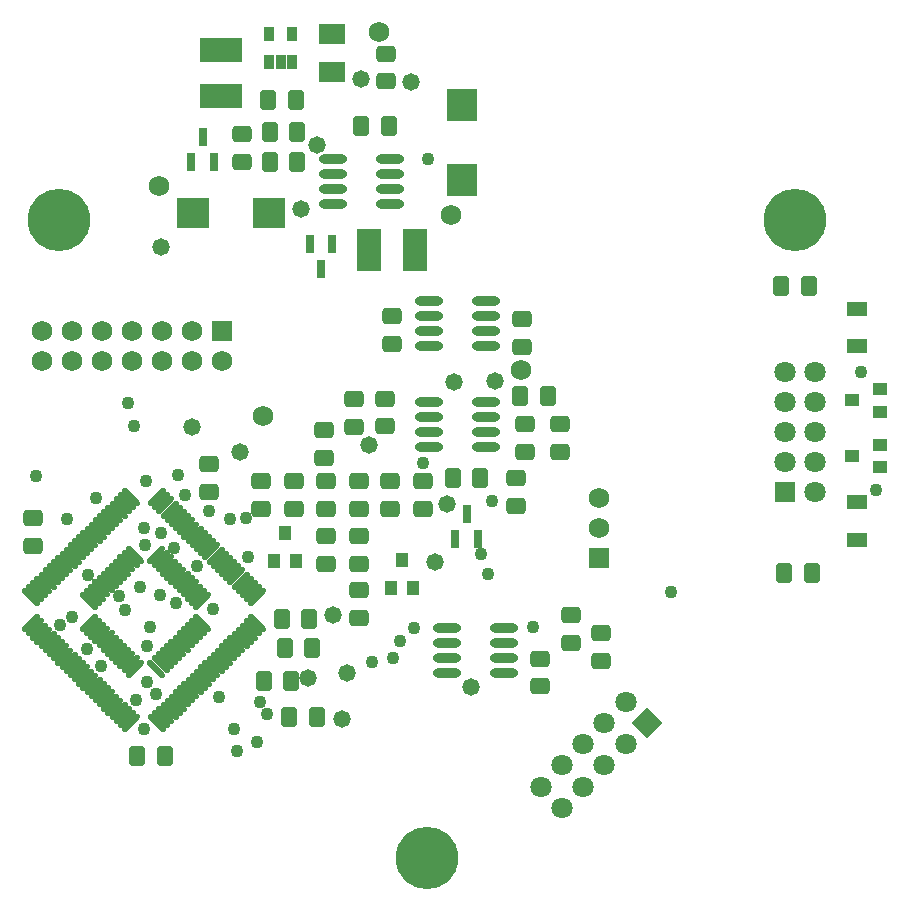
<source format=gts>
%FSLAX25Y25*%
%MOIN*%
G70*
G01*
G75*
G04 Layer_Color=8388736*
G04:AMPARAMS|DCode=10|XSize=11.81mil|YSize=70.87mil|CornerRadius=0mil|HoleSize=0mil|Usage=FLASHONLY|Rotation=225.000|XOffset=0mil|YOffset=0mil|HoleType=Round|Shape=Round|*
%AMOVALD10*
21,1,0.05906,0.01181,0.00000,0.00000,315.0*
1,1,0.01181,-0.02088,0.02088*
1,1,0.01181,0.02088,-0.02088*
%
%ADD10OVALD10*%

G04:AMPARAMS|DCode=11|XSize=11.81mil|YSize=70.87mil|CornerRadius=0mil|HoleSize=0mil|Usage=FLASHONLY|Rotation=135.000|XOffset=0mil|YOffset=0mil|HoleType=Round|Shape=Round|*
%AMOVALD11*
21,1,0.05906,0.01181,0.00000,0.00000,225.0*
1,1,0.01181,0.02088,0.02088*
1,1,0.01181,-0.02088,-0.02088*
%
%ADD11OVALD11*%

G04:AMPARAMS|DCode=12|XSize=47.24mil|YSize=59.06mil|CornerRadius=11.81mil|HoleSize=0mil|Usage=FLASHONLY|Rotation=270.000|XOffset=0mil|YOffset=0mil|HoleType=Round|Shape=RoundedRectangle|*
%AMROUNDEDRECTD12*
21,1,0.04724,0.03543,0,0,270.0*
21,1,0.02362,0.05906,0,0,270.0*
1,1,0.02362,-0.01772,-0.01181*
1,1,0.02362,-0.01772,0.01181*
1,1,0.02362,0.01772,0.01181*
1,1,0.02362,0.01772,-0.01181*
%
%ADD12ROUNDEDRECTD12*%
G04:AMPARAMS|DCode=13|XSize=47.24mil|YSize=59.06mil|CornerRadius=11.81mil|HoleSize=0mil|Usage=FLASHONLY|Rotation=180.000|XOffset=0mil|YOffset=0mil|HoleType=Round|Shape=RoundedRectangle|*
%AMROUNDEDRECTD13*
21,1,0.04724,0.03543,0,0,180.0*
21,1,0.02362,0.05906,0,0,180.0*
1,1,0.02362,-0.01181,0.01772*
1,1,0.02362,0.01181,0.01772*
1,1,0.02362,0.01181,-0.01772*
1,1,0.02362,-0.01181,-0.01772*
%
%ADD13ROUNDEDRECTD13*%
%ADD14O,0.08661X0.02362*%
%ADD15R,0.03740X0.03543*%
%ADD16R,0.03740X0.03543*%
%ADD17R,0.06299X0.03937*%
%ADD18R,0.03543X0.03740*%
%ADD19R,0.03543X0.03740*%
%ADD20R,0.02362X0.05118*%
%ADD21R,0.10236X0.09449*%
%ADD22R,0.09449X0.10236*%
%ADD23R,0.07480X0.13386*%
%ADD24R,0.07874X0.05906*%
%ADD25R,0.02559X0.04331*%
%ADD26R,0.13386X0.07480*%
%ADD27C,0.01000*%
%ADD28C,0.03000*%
%ADD29C,0.02000*%
%ADD30R,0.06000X0.06000*%
%ADD31C,0.06000*%
%ADD32C,0.06299*%
%ADD33R,0.06299X0.06299*%
%ADD34R,0.06000X0.06000*%
%ADD35C,0.20000*%
%ADD36P,0.08908X4X270.0*%
%ADD37C,0.03543*%
%ADD38C,0.05000*%
%ADD39C,0.00984*%
%ADD40C,0.02362*%
%ADD41C,0.00787*%
%ADD42C,0.00500*%
%ADD43C,0.00800*%
%ADD44R,0.07874X0.01968*%
G04:AMPARAMS|DCode=45|XSize=19.81mil|YSize=78.87mil|CornerRadius=0mil|HoleSize=0mil|Usage=FLASHONLY|Rotation=225.000|XOffset=0mil|YOffset=0mil|HoleType=Round|Shape=Round|*
%AMOVALD45*
21,1,0.05906,0.01981,0.00000,0.00000,315.0*
1,1,0.01981,-0.02088,0.02088*
1,1,0.01981,0.02088,-0.02088*
%
%ADD45OVALD45*%

G04:AMPARAMS|DCode=46|XSize=19.81mil|YSize=78.87mil|CornerRadius=0mil|HoleSize=0mil|Usage=FLASHONLY|Rotation=135.000|XOffset=0mil|YOffset=0mil|HoleType=Round|Shape=Round|*
%AMOVALD46*
21,1,0.05906,0.01981,0.00000,0.00000,225.0*
1,1,0.01981,0.02088,0.02088*
1,1,0.01981,-0.02088,-0.02088*
%
%ADD46OVALD46*%

G04:AMPARAMS|DCode=47|XSize=55.24mil|YSize=67.06mil|CornerRadius=13.81mil|HoleSize=0mil|Usage=FLASHONLY|Rotation=270.000|XOffset=0mil|YOffset=0mil|HoleType=Round|Shape=RoundedRectangle|*
%AMROUNDEDRECTD47*
21,1,0.05524,0.03943,0,0,270.0*
21,1,0.02762,0.06706,0,0,270.0*
1,1,0.02762,-0.01972,-0.01381*
1,1,0.02762,-0.01972,0.01381*
1,1,0.02762,0.01972,0.01381*
1,1,0.02762,0.01972,-0.01381*
%
%ADD47ROUNDEDRECTD47*%
G04:AMPARAMS|DCode=48|XSize=55.24mil|YSize=67.06mil|CornerRadius=13.81mil|HoleSize=0mil|Usage=FLASHONLY|Rotation=180.000|XOffset=0mil|YOffset=0mil|HoleType=Round|Shape=RoundedRectangle|*
%AMROUNDEDRECTD48*
21,1,0.05524,0.03943,0,0,180.0*
21,1,0.02762,0.06706,0,0,180.0*
1,1,0.02762,-0.01381,0.01972*
1,1,0.02762,0.01381,0.01972*
1,1,0.02762,0.01381,-0.01972*
1,1,0.02762,-0.01381,-0.01972*
%
%ADD48ROUNDEDRECTD48*%
%ADD49O,0.09461X0.03162*%
%ADD50R,0.04540X0.04343*%
%ADD51R,0.04540X0.04343*%
%ADD52R,0.07099X0.04737*%
%ADD53R,0.04343X0.04540*%
%ADD54R,0.04343X0.04540*%
%ADD55R,0.03162X0.05918*%
%ADD56R,0.11036X0.10249*%
%ADD57R,0.10249X0.11036*%
%ADD58R,0.08280X0.14186*%
%ADD59R,0.08674X0.06706*%
%ADD60R,0.03359X0.05131*%
%ADD61R,0.14186X0.08280*%
%ADD62R,0.06800X0.06800*%
%ADD63C,0.06800*%
%ADD64C,0.07099*%
%ADD65R,0.07099X0.07099*%
%ADD66R,0.06800X0.06800*%
%ADD67C,0.20800*%
%ADD68P,0.10040X4X270.0*%
%ADD69C,0.04343*%
%ADD70C,0.05800*%
D45*
X1138315Y1032778D02*
D03*
X1139707Y1034170D02*
D03*
X1141099Y1035562D02*
D03*
X1142491Y1036954D02*
D03*
X1143883Y1038346D02*
D03*
X1145275Y1039738D02*
D03*
X1146667Y1041130D02*
D03*
X1148059Y1042522D02*
D03*
X1149451Y1043914D02*
D03*
X1150842Y1045306D02*
D03*
X1152234Y1046698D02*
D03*
X1153626Y1048090D02*
D03*
X1155018Y1049482D02*
D03*
X1156410Y1050874D02*
D03*
X1157802Y1052266D02*
D03*
X1159194Y1053658D02*
D03*
X1160586Y1055049D02*
D03*
X1161978Y1056441D02*
D03*
X1163370Y1057833D02*
D03*
X1164762Y1059225D02*
D03*
X1166154Y1060617D02*
D03*
X1167546Y1062009D02*
D03*
X1168938Y1063401D02*
D03*
X1170330Y1064793D02*
D03*
X1171722Y1066185D02*
D03*
X1129685Y1108222D02*
D03*
X1128293Y1106830D02*
D03*
X1126901Y1105438D02*
D03*
X1125509Y1104046D02*
D03*
X1124117Y1102654D02*
D03*
X1122725Y1101262D02*
D03*
X1121333Y1099870D02*
D03*
X1119941Y1098478D02*
D03*
X1118549Y1097086D02*
D03*
X1117157Y1095694D02*
D03*
X1115766Y1094302D02*
D03*
X1114374Y1092910D02*
D03*
X1112982Y1091518D02*
D03*
X1111590Y1090126D02*
D03*
X1110198Y1088734D02*
D03*
X1108806Y1087342D02*
D03*
X1107414Y1085951D02*
D03*
X1106022Y1084559D02*
D03*
X1104630Y1083167D02*
D03*
X1103238Y1081775D02*
D03*
X1101846Y1080383D02*
D03*
X1100454Y1078991D02*
D03*
X1099062Y1077599D02*
D03*
X1097670Y1076207D02*
D03*
X1096278Y1074815D02*
D03*
X1138119Y1051070D02*
D03*
X1139511Y1052461D02*
D03*
X1140903Y1053853D02*
D03*
X1142295Y1055245D02*
D03*
X1143687Y1056637D02*
D03*
X1145079Y1058029D02*
D03*
X1146471Y1059421D02*
D03*
X1147863Y1060813D02*
D03*
X1149255Y1062205D02*
D03*
X1150646Y1063597D02*
D03*
X1152038Y1064989D02*
D03*
X1153430Y1066381D02*
D03*
X1130881Y1088930D02*
D03*
X1129489Y1087538D02*
D03*
X1128097Y1086146D02*
D03*
X1126705Y1084754D02*
D03*
X1125313Y1083362D02*
D03*
X1123921Y1081971D02*
D03*
X1122529Y1080579D02*
D03*
X1121137Y1079187D02*
D03*
X1119745Y1077795D02*
D03*
X1118353Y1076403D02*
D03*
X1116961Y1075011D02*
D03*
X1115570Y1073619D02*
D03*
D46*
X1171722Y1074815D02*
D03*
X1170330Y1076207D02*
D03*
X1168938Y1077599D02*
D03*
X1167546Y1078991D02*
D03*
X1166154Y1080383D02*
D03*
X1164762Y1081775D02*
D03*
X1163370Y1083167D02*
D03*
X1161978Y1084559D02*
D03*
X1160586Y1085951D02*
D03*
X1159194Y1087342D02*
D03*
X1157802Y1088734D02*
D03*
X1156410Y1090126D02*
D03*
X1155018Y1091518D02*
D03*
X1153626Y1092910D02*
D03*
X1152234Y1094302D02*
D03*
X1150842Y1095694D02*
D03*
X1149451Y1097086D02*
D03*
X1148059Y1098478D02*
D03*
X1146667Y1099870D02*
D03*
X1145275Y1101262D02*
D03*
X1143883Y1102654D02*
D03*
X1142491Y1104046D02*
D03*
X1141099Y1105438D02*
D03*
X1139707Y1106830D02*
D03*
X1138315Y1108222D02*
D03*
X1096278Y1066185D02*
D03*
X1097670Y1064793D02*
D03*
X1099062Y1063401D02*
D03*
X1100454Y1062009D02*
D03*
X1101846Y1060617D02*
D03*
X1103238Y1059225D02*
D03*
X1104630Y1057833D02*
D03*
X1106022Y1056441D02*
D03*
X1107414Y1055049D02*
D03*
X1108806Y1053658D02*
D03*
X1110198Y1052266D02*
D03*
X1111590Y1050874D02*
D03*
X1112982Y1049482D02*
D03*
X1114374Y1048090D02*
D03*
X1115766Y1046698D02*
D03*
X1117157Y1045306D02*
D03*
X1118549Y1043914D02*
D03*
X1119941Y1042522D02*
D03*
X1121333Y1041130D02*
D03*
X1122725Y1039738D02*
D03*
X1124117Y1038346D02*
D03*
X1125509Y1036954D02*
D03*
X1126901Y1035562D02*
D03*
X1128293Y1034170D02*
D03*
X1129685Y1032778D02*
D03*
X1115569Y1066381D02*
D03*
X1116961Y1064989D02*
D03*
X1118353Y1063597D02*
D03*
X1119745Y1062205D02*
D03*
X1121137Y1060813D02*
D03*
X1122529Y1059421D02*
D03*
X1123921Y1058029D02*
D03*
X1125313Y1056637D02*
D03*
X1126705Y1055245D02*
D03*
X1128097Y1053853D02*
D03*
X1129489Y1052461D02*
D03*
X1130881Y1051070D02*
D03*
X1153430Y1073619D02*
D03*
X1152038Y1075011D02*
D03*
X1150646Y1076403D02*
D03*
X1149255Y1077795D02*
D03*
X1147863Y1079187D02*
D03*
X1146471Y1080579D02*
D03*
X1145079Y1081971D02*
D03*
X1143687Y1083363D02*
D03*
X1142295Y1084754D02*
D03*
X1140903Y1086147D02*
D03*
X1139511Y1087538D02*
D03*
X1138119Y1088930D02*
D03*
D47*
X1214700Y1246794D02*
D03*
Y1256006D02*
D03*
X1097000Y1101306D02*
D03*
Y1092094D02*
D03*
X1155500Y1119106D02*
D03*
Y1109894D02*
D03*
X1205500Y1077106D02*
D03*
Y1067894D02*
D03*
X1173000Y1104394D02*
D03*
Y1113606D02*
D03*
X1205500Y1104394D02*
D03*
Y1113606D02*
D03*
X1204075Y1140898D02*
D03*
Y1131685D02*
D03*
X1205500Y1095106D02*
D03*
Y1085894D02*
D03*
X1194500Y1095106D02*
D03*
Y1085894D02*
D03*
X1258000Y1105394D02*
D03*
Y1114606D02*
D03*
X1214400Y1131794D02*
D03*
Y1141006D02*
D03*
X1194000Y1121394D02*
D03*
Y1130606D02*
D03*
X1227000Y1113606D02*
D03*
Y1104394D02*
D03*
X1216000Y1104394D02*
D03*
Y1113606D02*
D03*
X1194500Y1104394D02*
D03*
Y1113606D02*
D03*
X1261000Y1123394D02*
D03*
Y1132606D02*
D03*
X1184000Y1113606D02*
D03*
Y1104394D02*
D03*
X1272500Y1132606D02*
D03*
Y1123394D02*
D03*
X1216500Y1168606D02*
D03*
Y1159394D02*
D03*
X1260000Y1158394D02*
D03*
Y1167606D02*
D03*
X1166500Y1219894D02*
D03*
Y1229106D02*
D03*
X1276200Y1068806D02*
D03*
Y1059594D02*
D03*
X1286307Y1062882D02*
D03*
Y1053669D02*
D03*
X1265800Y1054406D02*
D03*
Y1045194D02*
D03*
D48*
X1180894Y1058000D02*
D03*
X1190106D02*
D03*
X1356606Y1083000D02*
D03*
X1347394D02*
D03*
X1355606Y1178500D02*
D03*
X1346394D02*
D03*
X1140906Y1021900D02*
D03*
X1131694D02*
D03*
X1259394Y1142000D02*
D03*
X1268606D02*
D03*
X1246106Y1114500D02*
D03*
X1236894D02*
D03*
X1206394Y1232000D02*
D03*
X1215606D02*
D03*
X1183106Y1047000D02*
D03*
X1173894D02*
D03*
X1191606Y1035000D02*
D03*
X1182394D02*
D03*
X1175894Y1220000D02*
D03*
X1185106D02*
D03*
X1184606Y1240500D02*
D03*
X1175394D02*
D03*
X1175894Y1230000D02*
D03*
X1185106D02*
D03*
X1189106Y1067700D02*
D03*
X1179894D02*
D03*
D49*
X1235051Y1064500D02*
D03*
Y1059500D02*
D03*
Y1054500D02*
D03*
Y1049500D02*
D03*
X1253949Y1064500D02*
D03*
Y1059500D02*
D03*
Y1054500D02*
D03*
Y1049500D02*
D03*
X1229051Y1140000D02*
D03*
Y1135000D02*
D03*
Y1130000D02*
D03*
Y1125000D02*
D03*
X1247949Y1140000D02*
D03*
Y1135000D02*
D03*
Y1130000D02*
D03*
Y1125000D02*
D03*
X1197051Y1221000D02*
D03*
Y1216000D02*
D03*
Y1211000D02*
D03*
Y1206000D02*
D03*
X1215949Y1221000D02*
D03*
Y1216000D02*
D03*
Y1211000D02*
D03*
Y1206000D02*
D03*
X1247949Y1158500D02*
D03*
Y1163500D02*
D03*
Y1168500D02*
D03*
Y1173500D02*
D03*
X1229051Y1158500D02*
D03*
Y1163500D02*
D03*
Y1168500D02*
D03*
Y1173500D02*
D03*
D50*
X1369874Y1122000D02*
D03*
X1379126Y1118260D02*
D03*
X1369874Y1140500D02*
D03*
X1379126Y1136760D02*
D03*
D51*
Y1125740D02*
D03*
Y1144240D02*
D03*
D52*
X1371500Y1094000D02*
D03*
Y1106598D02*
D03*
Y1171098D02*
D03*
Y1158500D02*
D03*
D53*
X1216260Y1077874D02*
D03*
X1220000Y1087126D02*
D03*
X1177260Y1086874D02*
D03*
X1181000Y1096126D02*
D03*
D54*
X1223740Y1077874D02*
D03*
X1184740Y1086874D02*
D03*
D55*
X1241500Y1102634D02*
D03*
X1245240Y1094366D02*
D03*
X1237760D02*
D03*
X1193000Y1184366D02*
D03*
X1189260Y1192634D02*
D03*
X1196740D02*
D03*
X1153500Y1228134D02*
D03*
X1157240Y1219866D02*
D03*
X1149760D02*
D03*
D56*
X1150402Y1203000D02*
D03*
X1175598D02*
D03*
D57*
X1240000Y1239098D02*
D03*
Y1213902D02*
D03*
D58*
X1208823Y1190500D02*
D03*
X1224177D02*
D03*
D59*
X1196500Y1250000D02*
D03*
Y1262500D02*
D03*
D60*
X1175760Y1262724D02*
D03*
X1183240D02*
D03*
Y1253276D02*
D03*
X1179500D02*
D03*
X1175760D02*
D03*
D61*
X1159500Y1257177D02*
D03*
Y1241823D02*
D03*
D62*
X1160000Y1163500D02*
D03*
D63*
Y1153500D02*
D03*
X1150000Y1163500D02*
D03*
Y1153500D02*
D03*
X1120000D02*
D03*
Y1163500D02*
D03*
X1130000Y1153500D02*
D03*
Y1163500D02*
D03*
X1100000Y1153500D02*
D03*
Y1163500D02*
D03*
X1110000Y1153500D02*
D03*
Y1163500D02*
D03*
X1140000D02*
D03*
Y1153500D02*
D03*
X1138834Y1212004D02*
D03*
X1212200Y1263400D02*
D03*
X1259700Y1150600D02*
D03*
X1236155Y1202345D02*
D03*
X1285500Y1098000D02*
D03*
Y1108000D02*
D03*
X1173600Y1135400D02*
D03*
D64*
X1357500Y1140000D02*
D03*
Y1110000D02*
D03*
Y1130000D02*
D03*
Y1120000D02*
D03*
Y1150000D02*
D03*
X1347500Y1140000D02*
D03*
Y1130000D02*
D03*
Y1120000D02*
D03*
Y1150000D02*
D03*
X1273258Y1004658D02*
D03*
X1294471Y1025871D02*
D03*
X1287400Y1018800D02*
D03*
X1280329Y1011729D02*
D03*
X1266187D02*
D03*
X1287400Y1032942D02*
D03*
X1280329Y1025871D02*
D03*
X1294471Y1040013D02*
D03*
X1273258Y1018800D02*
D03*
D65*
X1347500Y1110000D02*
D03*
D66*
X1285500Y1088000D02*
D03*
D67*
X1228244Y987902D02*
D03*
X1350988Y1200500D02*
D03*
X1105500D02*
D03*
D68*
X1301542Y1032942D02*
D03*
D69*
X1144600Y1073100D02*
D03*
X1167900Y1101200D02*
D03*
X1139500Y1096400D02*
D03*
X1139400Y1075600D02*
D03*
X1106100Y1065700D02*
D03*
X1246200Y1089300D02*
D03*
X1168500Y1088200D02*
D03*
X1151600Y1085200D02*
D03*
X1145386Y1115761D02*
D03*
X1127500Y1070500D02*
D03*
X1134400Y1092300D02*
D03*
X1157000Y1071000D02*
D03*
X1115000Y1057500D02*
D03*
X1164000Y1031000D02*
D03*
X1165000Y1023500D02*
D03*
X1159000Y1041500D02*
D03*
X1172500Y1040000D02*
D03*
X1119500Y1052000D02*
D03*
X1134500Y1113500D02*
D03*
X1097800Y1115300D02*
D03*
X1134000Y1031100D02*
D03*
X1110100Y1068300D02*
D03*
X1171500Y1026500D02*
D03*
X1378000Y1110500D02*
D03*
X1162500Y1101000D02*
D03*
X1155500Y1103500D02*
D03*
X1373000Y1150000D02*
D03*
X1134000Y1098000D02*
D03*
X1248500Y1082500D02*
D03*
X1147500Y1109000D02*
D03*
X1263500Y1065000D02*
D03*
X1227000Y1119500D02*
D03*
X1228500Y1221000D02*
D03*
X1250000Y1107000D02*
D03*
X1128500Y1139500D02*
D03*
X1130500Y1132000D02*
D03*
X1219250Y1060250D02*
D03*
X1224000Y1064500D02*
D03*
X1135000Y1046500D02*
D03*
X1132550Y1078150D02*
D03*
X1138000Y1042600D02*
D03*
X1134900Y1058700D02*
D03*
X1136100Y1065100D02*
D03*
X1131300Y1040600D02*
D03*
X1125700Y1075300D02*
D03*
X1115400Y1082140D02*
D03*
X1144036Y1091200D02*
D03*
X1309500Y1076600D02*
D03*
X1216900Y1054500D02*
D03*
X1210000Y1053300D02*
D03*
X1175000Y1036000D02*
D03*
X1118081Y1107981D02*
D03*
X1108400Y1101000D02*
D03*
D70*
X1230900Y1086700D02*
D03*
X1197100Y1068800D02*
D03*
X1201700Y1049700D02*
D03*
X1237200Y1146600D02*
D03*
X1250900Y1146800D02*
D03*
X1209100Y1125500D02*
D03*
X1165800Y1123200D02*
D03*
X1149900Y1131500D02*
D03*
X1242900Y1044900D02*
D03*
X1191700Y1225700D02*
D03*
X1139500Y1191700D02*
D03*
X1186300Y1204300D02*
D03*
X1235100Y1106100D02*
D03*
X1206200Y1247655D02*
D03*
X1222900Y1246700D02*
D03*
X1199900Y1034300D02*
D03*
X1188600Y1048000D02*
D03*
M02*

</source>
